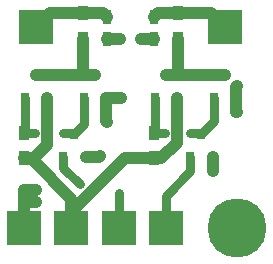
<source format=gtl>
G04 #@! TF.FileFunction,Copper,L1,Top,Signal*
%FSLAX46Y46*%
G04 Gerber Fmt 4.6, Leading zero omitted, Abs format (unit mm)*
G04 Created by KiCad (PCBNEW 4.0.5) date 02/05/17 18:09:27*
%MOMM*%
%LPD*%
G01*
G04 APERTURE LIST*
%ADD10C,0.100000*%
%ADD11R,0.900000X1.200000*%
%ADD12R,0.800000X0.900000*%
%ADD13C,5.000000*%
%ADD14R,3.000000X3.000000*%
%ADD15R,0.750000X1.200000*%
%ADD16C,0.600000*%
%ADD17C,0.750000*%
%ADD18C,1.000000*%
G04 APERTURE END LIST*
D10*
D11*
X103000000Y-71100000D03*
X103000000Y-68900000D03*
D12*
X119050000Y-66000000D03*
X120950000Y-66000000D03*
X120000000Y-64000000D03*
X117050000Y-71000000D03*
X118950000Y-71000000D03*
X118000000Y-69000000D03*
X103050000Y-66000000D03*
X104950000Y-66000000D03*
X104000000Y-64000000D03*
X106300000Y-71000000D03*
X108200000Y-71000000D03*
X107250000Y-69000000D03*
X108050000Y-66000000D03*
X109950000Y-66000000D03*
X109000000Y-64000000D03*
X114050000Y-66000000D03*
X115950000Y-66000000D03*
X115000000Y-64000000D03*
D11*
X114000000Y-71100000D03*
X114000000Y-68900000D03*
D13*
X121000000Y-77000000D03*
D14*
X103000000Y-77000000D03*
X104000000Y-60000000D03*
X111000000Y-77000000D03*
X120000000Y-60000000D03*
X115000000Y-77000000D03*
X107000000Y-77000000D03*
D11*
X108000000Y-61000000D03*
X108000000Y-58800000D03*
X116000000Y-61000000D03*
X116000000Y-58800000D03*
D15*
X110000000Y-59100000D03*
X110000000Y-61000000D03*
X114000000Y-59100000D03*
X114000000Y-61000000D03*
D16*
X106300000Y-68900000D03*
X103900000Y-68900000D03*
X111000000Y-74000000D03*
X107700000Y-73300000D03*
X121000000Y-65000000D03*
X110000000Y-68000000D03*
X111100000Y-61000000D03*
X112900000Y-61000000D03*
X109400000Y-70900000D03*
X119000000Y-72200000D03*
X121000000Y-67200000D03*
X111200000Y-66000000D03*
X104000000Y-73800000D03*
X104000000Y-74800000D03*
X103000000Y-73800000D03*
X103000000Y-74800000D03*
X117000000Y-68900000D03*
X114900000Y-68900000D03*
D17*
X106300000Y-68900000D02*
X107150000Y-68900000D01*
X107150000Y-68900000D02*
X107250000Y-69000000D01*
X103000000Y-68900000D02*
X103900000Y-68900000D01*
X103050000Y-66000000D02*
X103050000Y-68850000D01*
X103050000Y-68850000D02*
X103000000Y-68900000D01*
X103100000Y-69000000D02*
X103000000Y-68900000D01*
X108050000Y-66000000D02*
X108050000Y-68200000D01*
X108050000Y-68200000D02*
X107250000Y-69000000D01*
D18*
X107000000Y-77000000D02*
X107000000Y-74500000D01*
X103800000Y-71300000D02*
X103800000Y-71100000D01*
X107000000Y-74500000D02*
X103800000Y-71300000D01*
X104950000Y-66000000D02*
X104950000Y-69950000D01*
X104950000Y-69950000D02*
X103800000Y-71100000D01*
X103800000Y-71100000D02*
X103000000Y-71100000D01*
X115950000Y-66000000D02*
X115950000Y-69750000D01*
X115950000Y-69750000D02*
X114600000Y-71100000D01*
X114600000Y-71100000D02*
X114000000Y-71100000D01*
X107000000Y-75600000D02*
X111500000Y-71100000D01*
X111500000Y-71100000D02*
X114000000Y-71100000D01*
X107000000Y-77000000D02*
X107000000Y-75600000D01*
X107000000Y-64000000D02*
X108000000Y-64000000D01*
X108000000Y-61000000D02*
X108000000Y-64000000D01*
X108000000Y-64000000D02*
X109000000Y-64000000D01*
X104000000Y-64000000D02*
X107000000Y-64000000D01*
D17*
X106300000Y-71000000D02*
X106300000Y-71900000D01*
X106300000Y-71900000D02*
X107700000Y-73300000D01*
X111000000Y-74000000D02*
X111000000Y-77000000D01*
D18*
X120950000Y-66000000D02*
X120950000Y-65050000D01*
X120950000Y-65050000D02*
X121000000Y-65000000D01*
X109950000Y-66000000D02*
X109950000Y-67950000D01*
X109950000Y-67950000D02*
X110000000Y-68000000D01*
X110000000Y-61000000D02*
X111100000Y-61000000D01*
X114000000Y-61000000D02*
X112900000Y-61000000D01*
X108200000Y-71000000D02*
X109300000Y-71000000D01*
X109300000Y-71000000D02*
X109400000Y-70900000D01*
X118950000Y-71000000D02*
X118950000Y-72150000D01*
X118950000Y-72150000D02*
X119000000Y-72200000D01*
X120950000Y-66000000D02*
X120950000Y-67150000D01*
X120950000Y-67150000D02*
X121000000Y-67200000D01*
X109950000Y-66000000D02*
X111200000Y-66000000D01*
X103000000Y-73800000D02*
X104000000Y-73800000D01*
X103000000Y-74800000D02*
X104000000Y-74800000D01*
X103000000Y-74800000D02*
X103000000Y-73800000D01*
X103000000Y-77000000D02*
X103000000Y-74800000D01*
D17*
X117000000Y-68900000D02*
X117900000Y-68900000D01*
X117900000Y-68900000D02*
X118000000Y-69000000D01*
X114000000Y-68900000D02*
X114900000Y-68900000D01*
X114050000Y-66000000D02*
X114050000Y-68850000D01*
X114050000Y-68850000D02*
X114000000Y-68900000D01*
X119050000Y-66000000D02*
X119050000Y-67950000D01*
X119050000Y-67950000D02*
X118000000Y-69000000D01*
D18*
X117900000Y-64000000D02*
X116000000Y-64000000D01*
X116000000Y-64000000D02*
X115000000Y-64000000D01*
X116000000Y-61000000D02*
X116000000Y-64000000D01*
X120000000Y-64000000D02*
X117900000Y-64000000D01*
D17*
X117050000Y-71000000D02*
X117050000Y-72200000D01*
X117050000Y-72200000D02*
X115000000Y-74250000D01*
X115000000Y-74250000D02*
X115000000Y-77000000D01*
D18*
X108000000Y-58800000D02*
X109700000Y-58800000D01*
X109700000Y-58800000D02*
X110000000Y-59100000D01*
X108000000Y-58800000D02*
X105200000Y-58800000D01*
X105200000Y-58800000D02*
X104000000Y-60000000D01*
X116000000Y-58800000D02*
X114300000Y-58800000D01*
X114300000Y-58800000D02*
X114000000Y-59100000D01*
X116000000Y-58800000D02*
X118800000Y-58800000D01*
X118800000Y-58800000D02*
X120000000Y-60000000D01*
M02*

</source>
